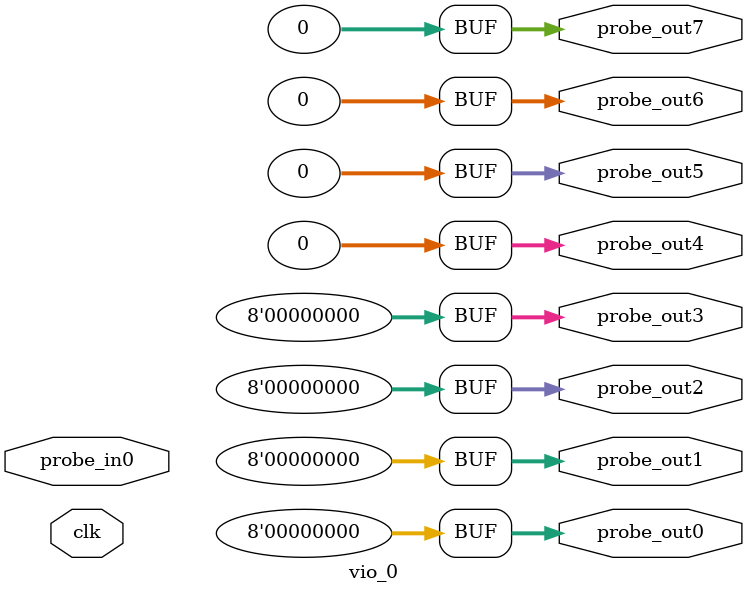
<source format=v>
`timescale 1ns / 1ps
module vio_0 (
clk,
probe_in0,
probe_out0,
probe_out1,
probe_out2,
probe_out3,
probe_out4,
probe_out5,
probe_out6,
probe_out7
);

input clk;
input [31 : 0] probe_in0;

output reg [7 : 0] probe_out0 = 'h0 ;
output reg [7 : 0] probe_out1 = 'h0 ;
output reg [7 : 0] probe_out2 = 'h0 ;
output reg [7 : 0] probe_out3 = 'h0 ;
output reg [31 : 0] probe_out4 = 'h0 ;
output reg [31 : 0] probe_out5 = 'h0 ;
output reg [31 : 0] probe_out6 = 'h0 ;
output reg [31 : 0] probe_out7 = 'h0 ;


endmodule

</source>
